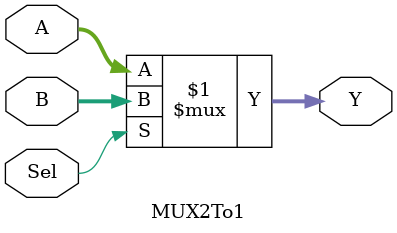
<source format=v>
`timescale 1ns / 1ps

/*------------------------------------------------
 * Engineer:  Tahmid Khan
 * Module:    2:1 MUX
 -----------------------------------------------*/
 
 /************************************************ 
 // [INPUTS]
 // Data lines:		A, B (8-bit)
 // Select line:		Sel
 
 // [OUTPUTS]
 // MUX Selection:	Y (8-bit)
 ************************************************/

module MUX2To1(
	input [7:0] A,B,
	input Sel,
	output [7:0] Y
);

	assign Y = (Sel) ? B : A;

endmodule 
</source>
